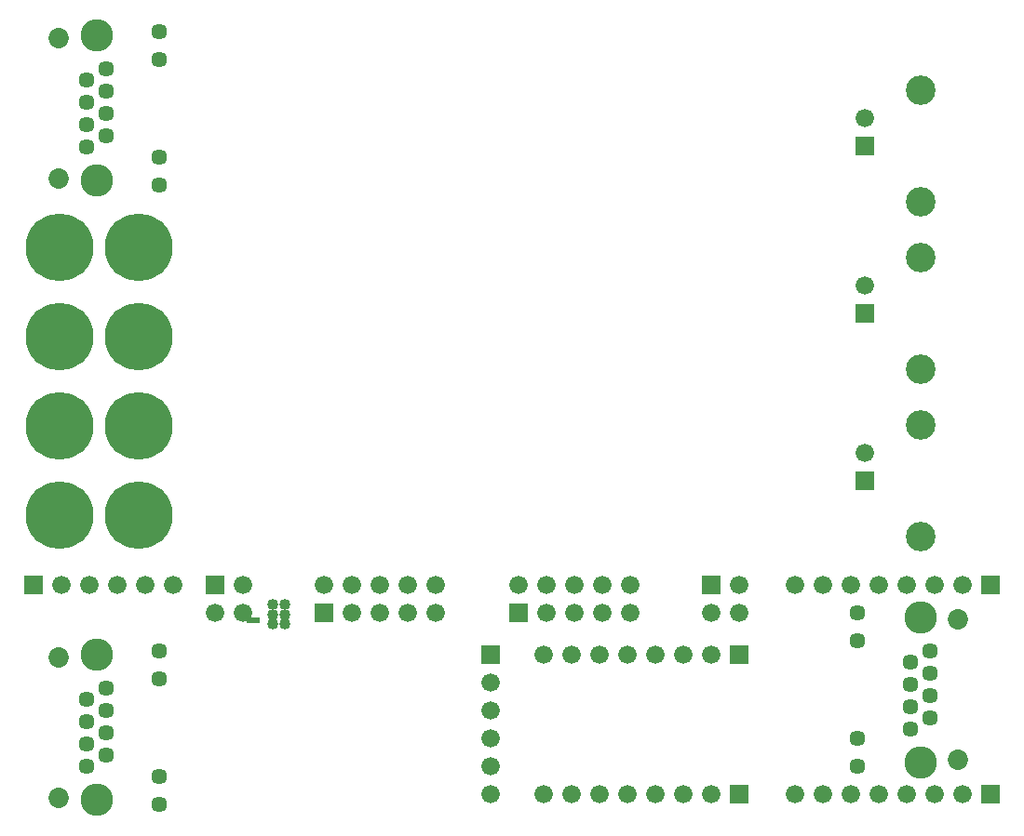
<source format=gbr>
G04 start of page 10 for group -4063 idx -4063 *
G04 Title: (unknown), componentmask *
G04 Creator: pcb 4.2.0 *
G04 CreationDate: Sat Jun 20 18:16:57 2020 UTC *
G04 For: commonadmin *
G04 Format: Gerber/RS-274X *
G04 PCB-Dimensions (mil): 4000.00 3500.00 *
G04 PCB-Coordinate-Origin: lower left *
%MOIN*%
%FSLAX25Y25*%
%LNTOPMASK*%
%ADD159C,0.0400*%
%ADD158C,0.1162*%
%ADD157C,0.0729*%
%ADD156C,0.2422*%
%ADD155C,0.0572*%
%ADD154C,0.1060*%
%ADD153C,0.0660*%
%ADD152C,0.0001*%
G54D152*G36*
X319200Y140800D02*Y134200D01*
X325800D01*
Y140800D01*
X319200D01*
G37*
G54D153*X322500Y147500D03*
G54D154*X342500Y157500D03*
Y117500D03*
G54D152*G36*
X319200Y200800D02*Y194200D01*
X325800D01*
Y200800D01*
X319200D01*
G37*
G54D153*X322500Y207500D03*
G54D154*X342500Y217500D03*
Y277500D03*
Y237500D03*
Y177500D03*
G54D152*G36*
X319200Y260800D02*Y254200D01*
X325800D01*
Y260800D01*
X319200D01*
G37*
G54D153*X322500Y267500D03*
G54D155*X69980Y288504D03*
Y298543D03*
X70024Y66543D03*
Y76583D03*
G54D156*X34154Y189000D03*
X62500D03*
X34154Y157000D03*
X62500D03*
G54D153*X35000Y100000D03*
X45000D03*
X55000D03*
X65000D03*
G54D157*X34039Y74220D03*
G54D158*X47543Y23039D03*
G54D155*X70024Y21465D03*
Y31504D03*
X44000Y51031D03*
X51087Y47016D03*
Y55047D03*
X44000Y59063D03*
X51087Y63079D03*
X44000Y43000D03*
Y34969D03*
X51087Y38984D03*
G54D157*X34039Y23827D03*
G54D153*X188500Y25000D03*
G54D152*G36*
X185200Y78300D02*Y71700D01*
X191800D01*
Y78300D01*
X185200D01*
G37*
G54D153*X188500Y65000D03*
Y55000D03*
Y45000D03*
Y35000D03*
X129000Y100000D03*
X75000D03*
G54D152*G36*
X86700Y103300D02*Y96700D01*
X93300D01*
Y103300D01*
X86700D01*
G37*
G54D153*X100000Y100000D03*
G54D152*G36*
X125700Y93300D02*Y86700D01*
X132300D01*
Y93300D01*
X125700D01*
G37*
G54D153*X139000Y90000D03*
X90000D03*
X100000D03*
X139000Y100000D03*
X149000D03*
X159000D03*
X169000D03*
X149000Y90000D03*
X159000D03*
X169000D03*
G54D158*X47543Y75008D03*
G54D156*X34154Y125000D03*
X62500D03*
G54D152*G36*
X21700Y103300D02*Y96700D01*
X28300D01*
Y103300D01*
X21700D01*
G37*
G54D158*X47500Y245000D03*
G54D155*X69980Y243425D03*
Y253465D03*
G54D158*X47500Y296969D03*
G54D157*X33996Y296181D03*
Y245787D03*
G54D155*X43957Y272992D03*
Y281024D03*
Y264961D03*
Y256929D03*
X51043Y268976D03*
Y277008D03*
Y285039D03*
Y260945D03*
G54D156*X34154Y221000D03*
X62500D03*
G54D157*X356004Y87697D03*
G54D158*X342500Y88484D03*
G54D155*X346043Y60492D03*
Y68524D03*
Y76555D03*
X320020Y44980D03*
Y34941D03*
G54D157*X356004Y37303D03*
G54D158*X342500Y36516D03*
G54D155*X346043Y52461D03*
X338957Y64508D03*
Y72539D03*
X320020Y90059D03*
Y80020D03*
X338957Y56476D03*
Y48445D03*
G54D152*G36*
X274200Y78300D02*Y71700D01*
X280800D01*
Y78300D01*
X274200D01*
G37*
G54D153*X267500Y75000D03*
X277500Y90000D03*
X257500Y75000D03*
X247500D03*
G54D152*G36*
X264200Y103300D02*Y96700D01*
X270800D01*
Y103300D01*
X264200D01*
G37*
G54D153*X267500Y90000D03*
X277500Y100000D03*
G54D152*G36*
X274200Y28300D02*Y21700D01*
X280800D01*
Y28300D01*
X274200D01*
G37*
G54D153*X267500Y25000D03*
X257500D03*
X247500D03*
X237500D03*
X227500D03*
X217500D03*
X207500D03*
G54D152*G36*
X364200Y103300D02*Y96700D01*
X370800D01*
Y103300D01*
X364200D01*
G37*
G54D153*X357500Y100000D03*
X347500D03*
X337500D03*
X327500D03*
X317500D03*
X307500D03*
X297500D03*
G54D152*G36*
X364200Y28300D02*Y21700D01*
X370800D01*
Y28300D01*
X364200D01*
G37*
G54D153*X357500Y25000D03*
X347500D03*
X337500D03*
X327500D03*
X317500D03*
X307500D03*
X297500D03*
X237500Y75000D03*
X238500Y90000D03*
Y100000D03*
X227500Y75000D03*
X228500Y90000D03*
Y100000D03*
X217500Y75000D03*
X218500Y90000D03*
Y100000D03*
X207500Y75000D03*
X208500Y90000D03*
Y100000D03*
G54D152*G36*
X195200Y93300D02*Y86700D01*
X201800D01*
Y93300D01*
X195200D01*
G37*
G54D153*X198500Y100000D03*
G54D159*X110500Y86000D03*
X115000D03*
Y89500D03*
X110500D03*
Y93000D03*
X115000D03*
G54D152*G36*
X103775Y88587D02*Y86413D01*
X105949D01*
Y88587D01*
X103775D01*
G37*
G36*
X101413D02*Y86413D01*
X103587D01*
Y88587D01*
X101413D01*
G37*
M02*

</source>
